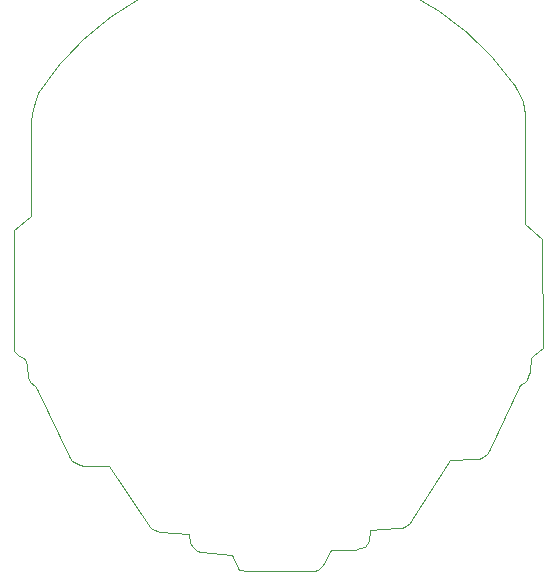
<source format=gbr>
%TF.GenerationSoftware,KiCad,Pcbnew,(6.0.7)*%
%TF.CreationDate,2022-11-23T15:41:05-06:00*%
%TF.ProjectId,LLK,4c4c4b2e-6b69-4636-9164-5f7063625858,rev?*%
%TF.SameCoordinates,Original*%
%TF.FileFunction,Profile,NP*%
%FSLAX46Y46*%
G04 Gerber Fmt 4.6, Leading zero omitted, Abs format (unit mm)*
G04 Created by KiCad (PCBNEW (6.0.7)) date 2022-11-23 15:41:05*
%MOMM*%
%LPD*%
G01*
G04 APERTURE LIST*
%TA.AperFunction,Profile*%
%ADD10C,0.100000*%
%TD*%
G04 APERTURE END LIST*
D10*
X171620000Y-112020000D02*
X171810000Y-111780000D01*
X171430000Y-88290000D02*
X171560000Y-88790000D01*
X170940000Y-87230000D02*
X171190000Y-87720000D01*
X154040000Y-127890000D02*
X154230000Y-127730000D01*
X171580000Y-98610000D02*
X171590000Y-89290000D01*
X155150000Y-126190000D02*
X157210000Y-126180000D01*
X158510000Y-124470000D02*
X160770000Y-124370000D01*
X140260000Y-124540000D02*
X140490000Y-124620000D01*
X172130000Y-109950000D02*
X172200000Y-109840000D01*
X158230000Y-125710000D02*
X158390000Y-125440000D01*
X128690000Y-109680000D02*
X129300000Y-110010000D01*
X146770000Y-126610000D02*
X147410000Y-127920000D01*
X171900000Y-111510000D02*
X172020000Y-111170000D01*
X133070000Y-118430000D02*
X133280000Y-118630000D01*
X130400000Y-87550000D02*
X130170000Y-88060000D01*
X172390000Y-109710000D02*
X173110000Y-109100000D01*
X143130000Y-124830000D02*
X143260000Y-125600000D01*
X165240000Y-118610000D02*
X167360000Y-118540000D01*
X153770000Y-127970000D02*
X154040000Y-127890000D01*
X173040000Y-99870000D02*
X171580000Y-98610000D01*
X133620000Y-118850000D02*
X133920000Y-118980000D01*
X171190000Y-87720000D02*
X171430000Y-88290000D01*
X140490000Y-124620000D02*
X140740000Y-124680000D01*
X171360000Y-112140000D02*
X171620000Y-112020000D01*
X170660000Y-86770000D02*
X170940000Y-87230000D01*
X128330000Y-109320000D02*
X128690000Y-109680000D01*
X168520000Y-117830000D02*
X171210000Y-112260000D01*
X144200000Y-126400000D02*
X146770000Y-126610000D01*
X161840000Y-123950000D02*
X161950000Y-123770000D01*
X153540000Y-128020000D02*
X153770000Y-127970000D01*
X173110000Y-109100000D02*
X173040000Y-99870000D01*
X171810000Y-111780000D02*
X171900000Y-111510000D01*
X143430000Y-125850000D02*
X143660000Y-126090000D01*
X167710000Y-118490000D02*
X168070000Y-118370000D01*
X161950000Y-123770000D02*
X165240000Y-118610000D01*
X129550000Y-111550000D02*
X129710000Y-111960000D01*
X128340000Y-99130000D02*
X128330000Y-109320000D01*
X139880000Y-124270000D02*
X140050000Y-124410000D01*
X168350000Y-118110000D02*
X168520000Y-117830000D01*
X143660000Y-126090000D02*
X143870000Y-126260000D01*
X168070000Y-118370000D02*
X168350000Y-118110000D01*
X129980000Y-88890000D02*
X129800000Y-89800000D01*
X148180000Y-128020000D02*
X153540000Y-128020000D01*
X154480000Y-127490000D02*
X155150000Y-126190000D01*
X171560000Y-88790000D02*
X171590000Y-89290000D01*
X161570000Y-124150000D02*
X161840000Y-123950000D01*
X158390000Y-125440000D02*
X158510000Y-124470000D01*
X147410000Y-127920000D02*
X148180000Y-128020000D01*
X170660001Y-86769999D02*
G75*
G03*
X130400000Y-87550000I-19866621J-13984411D01*
G01*
X157650000Y-126050000D02*
X158040000Y-125910000D01*
X172200000Y-109840000D02*
X172390000Y-109710000D01*
X139690000Y-123970000D02*
X139880000Y-124270000D01*
X140740000Y-124680000D02*
X143130000Y-124830000D01*
X134240000Y-119060000D02*
X136370000Y-119050000D01*
X154230000Y-127730000D02*
X154480000Y-127490000D01*
X129710000Y-111960000D02*
X130090000Y-112320000D01*
X157210000Y-126180000D02*
X157650000Y-126050000D01*
X133920000Y-118980000D02*
X134240000Y-119060000D01*
X158040000Y-125910000D02*
X158230000Y-125710000D01*
X143870000Y-126260000D02*
X144200000Y-126400000D01*
X136370000Y-119050000D02*
X139690000Y-123970000D01*
X133280000Y-118630000D02*
X133620000Y-118850000D01*
X129300000Y-110010000D02*
X129460000Y-110540000D01*
X171210000Y-112260000D02*
X171360000Y-112140000D01*
X161180000Y-124310000D02*
X161570000Y-124150000D01*
X130090000Y-112320000D02*
X130280000Y-112530000D01*
X143310000Y-125730000D02*
X143430000Y-125850000D01*
X143260000Y-125600000D02*
X143310000Y-125730000D01*
X160770000Y-124370000D02*
X161180000Y-124310000D01*
X129460000Y-110540000D02*
X129550000Y-111550000D01*
X129780000Y-97900000D02*
X128340000Y-99130000D01*
X130170000Y-88060000D02*
X129980000Y-88890000D01*
X130280000Y-112530000D02*
X133070000Y-118430000D01*
X172020000Y-111170000D02*
X172130000Y-109950000D01*
X167360000Y-118540000D02*
X167710000Y-118490000D01*
X140050000Y-124410000D02*
X140260000Y-124540000D01*
X129800000Y-89800000D02*
X129780000Y-97900000D01*
M02*

</source>
